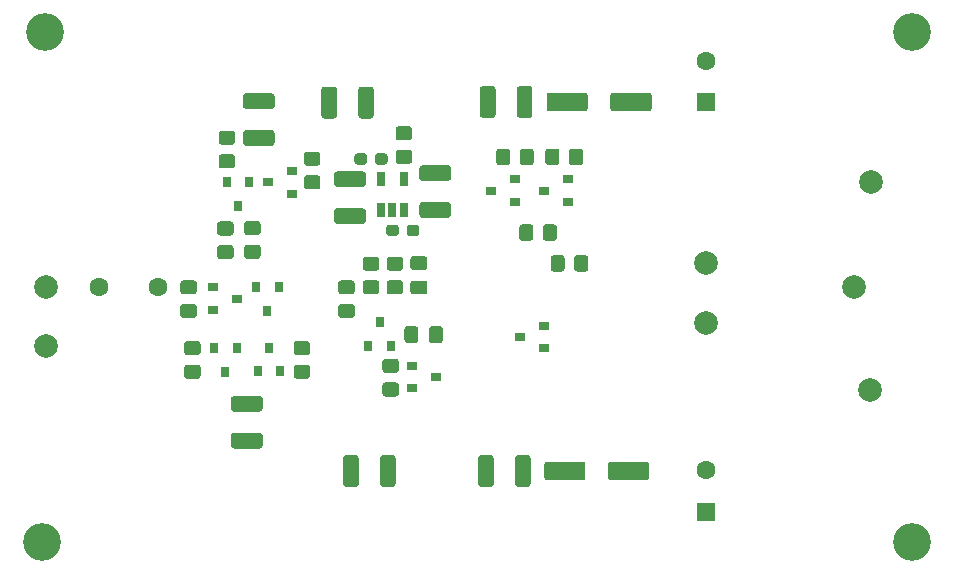
<source format=gbr>
G04 #@! TF.GenerationSoftware,KiCad,Pcbnew,(5.1.10-0-10_14)*
G04 #@! TF.CreationDate,2021-07-29T19:18:23+02:00*
G04 #@! TF.ProjectId,pre-amp-discret,7072652d-616d-4702-9d64-697363726574,rev?*
G04 #@! TF.SameCoordinates,Original*
G04 #@! TF.FileFunction,Soldermask,Top*
G04 #@! TF.FilePolarity,Negative*
%FSLAX46Y46*%
G04 Gerber Fmt 4.6, Leading zero omitted, Abs format (unit mm)*
G04 Created by KiCad (PCBNEW (5.1.10-0-10_14)) date 2021-07-29 19:18:23*
%MOMM*%
%LPD*%
G01*
G04 APERTURE LIST*
%ADD10C,1.600000*%
%ADD11R,1.600000X1.600000*%
%ADD12R,0.800000X0.900000*%
%ADD13R,0.900000X0.800000*%
%ADD14R,0.650000X1.220000*%
%ADD15C,2.000000*%
%ADD16C,3.200000*%
G04 APERTURE END LIST*
D10*
X182270400Y-137414000D03*
D11*
X182270400Y-140914000D03*
D10*
X182270400Y-102722800D03*
D11*
X182270400Y-106222800D03*
G36*
G01*
X172031600Y-136914800D02*
X172031600Y-138014800D01*
G75*
G02*
X171781600Y-138264800I-250000J0D01*
G01*
X168781600Y-138264800D01*
G75*
G02*
X168531600Y-138014800I0J250000D01*
G01*
X168531600Y-136914800D01*
G75*
G02*
X168781600Y-136664800I250000J0D01*
G01*
X171781600Y-136664800D01*
G75*
G02*
X172031600Y-136914800I0J-250000D01*
G01*
G37*
G36*
G01*
X177431600Y-136914800D02*
X177431600Y-138014800D01*
G75*
G02*
X177181600Y-138264800I-250000J0D01*
G01*
X174181600Y-138264800D01*
G75*
G02*
X173931600Y-138014800I0J250000D01*
G01*
X173931600Y-136914800D01*
G75*
G02*
X174181600Y-136664800I250000J0D01*
G01*
X177181600Y-136664800D01*
G75*
G02*
X177431600Y-136914800I0J-250000D01*
G01*
G37*
G36*
G01*
X174134800Y-106772800D02*
X174134800Y-105672800D01*
G75*
G02*
X174384800Y-105422800I250000J0D01*
G01*
X177384800Y-105422800D01*
G75*
G02*
X177634800Y-105672800I0J-250000D01*
G01*
X177634800Y-106772800D01*
G75*
G02*
X177384800Y-107022800I-250000J0D01*
G01*
X174384800Y-107022800D01*
G75*
G02*
X174134800Y-106772800I0J250000D01*
G01*
G37*
G36*
G01*
X168734800Y-106772800D02*
X168734800Y-105672800D01*
G75*
G02*
X168984800Y-105422800I250000J0D01*
G01*
X171984800Y-105422800D01*
G75*
G02*
X172234800Y-105672800I0J-250000D01*
G01*
X172234800Y-106772800D01*
G75*
G02*
X171984800Y-107022800I-250000J0D01*
G01*
X168984800Y-107022800D01*
G75*
G02*
X168734800Y-106772800I0J250000D01*
G01*
G37*
G36*
G01*
X164263100Y-136364799D02*
X164263100Y-138564801D01*
G75*
G02*
X164013101Y-138814800I-249999J0D01*
G01*
X163188099Y-138814800D01*
G75*
G02*
X162938100Y-138564801I0J249999D01*
G01*
X162938100Y-136364799D01*
G75*
G02*
X163188099Y-136114800I249999J0D01*
G01*
X164013101Y-136114800D01*
G75*
G02*
X164263100Y-136364799I0J-249999D01*
G01*
G37*
G36*
G01*
X167388100Y-136364799D02*
X167388100Y-138564801D01*
G75*
G02*
X167138101Y-138814800I-249999J0D01*
G01*
X166313099Y-138814800D01*
G75*
G02*
X166063100Y-138564801I0J249999D01*
G01*
X166063100Y-136364799D01*
G75*
G02*
X166313099Y-136114800I249999J0D01*
G01*
X167138101Y-136114800D01*
G75*
G02*
X167388100Y-136364799I0J-249999D01*
G01*
G37*
G36*
G01*
X166215500Y-107322801D02*
X166215500Y-105122799D01*
G75*
G02*
X166465499Y-104872800I249999J0D01*
G01*
X167290501Y-104872800D01*
G75*
G02*
X167540500Y-105122799I0J-249999D01*
G01*
X167540500Y-107322801D01*
G75*
G02*
X167290501Y-107572800I-249999J0D01*
G01*
X166465499Y-107572800D01*
G75*
G02*
X166215500Y-107322801I0J249999D01*
G01*
G37*
G36*
G01*
X163090500Y-107322801D02*
X163090500Y-105122799D01*
G75*
G02*
X163340499Y-104872800I249999J0D01*
G01*
X164165501Y-104872800D01*
G75*
G02*
X164415500Y-105122799I0J-249999D01*
G01*
X164415500Y-107322801D01*
G75*
G02*
X164165501Y-107572800I-249999J0D01*
G01*
X163340499Y-107572800D01*
G75*
G02*
X163090500Y-107322801I0J249999D01*
G01*
G37*
G36*
G01*
X158208799Y-114704300D02*
X160408801Y-114704300D01*
G75*
G02*
X160658800Y-114954299I0J-249999D01*
G01*
X160658800Y-115779301D01*
G75*
G02*
X160408801Y-116029300I-249999J0D01*
G01*
X158208799Y-116029300D01*
G75*
G02*
X157958800Y-115779301I0J249999D01*
G01*
X157958800Y-114954299D01*
G75*
G02*
X158208799Y-114704300I249999J0D01*
G01*
G37*
G36*
G01*
X158208799Y-111579300D02*
X160408801Y-111579300D01*
G75*
G02*
X160658800Y-111829299I0J-249999D01*
G01*
X160658800Y-112654301D01*
G75*
G02*
X160408801Y-112904300I-249999J0D01*
G01*
X158208799Y-112904300D01*
G75*
G02*
X157958800Y-112654301I0J249999D01*
G01*
X157958800Y-111829299D01*
G75*
G02*
X158208799Y-111579300I249999J0D01*
G01*
G37*
G36*
G01*
X153195201Y-113421500D02*
X150995199Y-113421500D01*
G75*
G02*
X150745200Y-113171501I0J249999D01*
G01*
X150745200Y-112346499D01*
G75*
G02*
X150995199Y-112096500I249999J0D01*
G01*
X153195201Y-112096500D01*
G75*
G02*
X153445200Y-112346499I0J-249999D01*
G01*
X153445200Y-113171501D01*
G75*
G02*
X153195201Y-113421500I-249999J0D01*
G01*
G37*
G36*
G01*
X153195201Y-116546500D02*
X150995199Y-116546500D01*
G75*
G02*
X150745200Y-116296501I0J249999D01*
G01*
X150745200Y-115471499D01*
G75*
G02*
X150995199Y-115221500I249999J0D01*
G01*
X153195201Y-115221500D01*
G75*
G02*
X153445200Y-115471499I0J-249999D01*
G01*
X153445200Y-116296501D01*
G75*
G02*
X153195201Y-116546500I-249999J0D01*
G01*
G37*
G36*
G01*
X142257599Y-134237700D02*
X144457601Y-134237700D01*
G75*
G02*
X144707600Y-134487699I0J-249999D01*
G01*
X144707600Y-135312701D01*
G75*
G02*
X144457601Y-135562700I-249999J0D01*
G01*
X142257599Y-135562700D01*
G75*
G02*
X142007600Y-135312701I0J249999D01*
G01*
X142007600Y-134487699D01*
G75*
G02*
X142257599Y-134237700I249999J0D01*
G01*
G37*
G36*
G01*
X142257599Y-131112700D02*
X144457601Y-131112700D01*
G75*
G02*
X144707600Y-131362699I0J-249999D01*
G01*
X144707600Y-132187701D01*
G75*
G02*
X144457601Y-132437700I-249999J0D01*
G01*
X142257599Y-132437700D01*
G75*
G02*
X142007600Y-132187701I0J249999D01*
G01*
X142007600Y-131362699D01*
G75*
G02*
X142257599Y-131112700I249999J0D01*
G01*
G37*
G36*
G01*
X143273599Y-108608300D02*
X145473601Y-108608300D01*
G75*
G02*
X145723600Y-108858299I0J-249999D01*
G01*
X145723600Y-109683301D01*
G75*
G02*
X145473601Y-109933300I-249999J0D01*
G01*
X143273599Y-109933300D01*
G75*
G02*
X143023600Y-109683301I0J249999D01*
G01*
X143023600Y-108858299D01*
G75*
G02*
X143273599Y-108608300I249999J0D01*
G01*
G37*
G36*
G01*
X143273599Y-105483300D02*
X145473601Y-105483300D01*
G75*
G02*
X145723600Y-105733299I0J-249999D01*
G01*
X145723600Y-106558301D01*
G75*
G02*
X145473601Y-106808300I-249999J0D01*
G01*
X143273599Y-106808300D01*
G75*
G02*
X143023600Y-106558301I0J249999D01*
G01*
X143023600Y-105733299D01*
G75*
G02*
X143273599Y-105483300I249999J0D01*
G01*
G37*
G36*
G01*
X152792000Y-107373601D02*
X152792000Y-105173599D01*
G75*
G02*
X153041999Y-104923600I249999J0D01*
G01*
X153867001Y-104923600D01*
G75*
G02*
X154117000Y-105173599I0J-249999D01*
G01*
X154117000Y-107373601D01*
G75*
G02*
X153867001Y-107623600I-249999J0D01*
G01*
X153041999Y-107623600D01*
G75*
G02*
X152792000Y-107373601I0J249999D01*
G01*
G37*
G36*
G01*
X149667000Y-107373601D02*
X149667000Y-105173599D01*
G75*
G02*
X149916999Y-104923600I249999J0D01*
G01*
X150742001Y-104923600D01*
G75*
G02*
X150992000Y-105173599I0J-249999D01*
G01*
X150992000Y-107373601D01*
G75*
G02*
X150742001Y-107623600I-249999J0D01*
G01*
X149916999Y-107623600D01*
G75*
G02*
X149667000Y-107373601I0J249999D01*
G01*
G37*
G36*
G01*
X152833100Y-136364799D02*
X152833100Y-138564801D01*
G75*
G02*
X152583101Y-138814800I-249999J0D01*
G01*
X151758099Y-138814800D01*
G75*
G02*
X151508100Y-138564801I0J249999D01*
G01*
X151508100Y-136364799D01*
G75*
G02*
X151758099Y-136114800I249999J0D01*
G01*
X152583101Y-136114800D01*
G75*
G02*
X152833100Y-136364799I0J-249999D01*
G01*
G37*
G36*
G01*
X155958100Y-136364799D02*
X155958100Y-138564801D01*
G75*
G02*
X155708101Y-138814800I-249999J0D01*
G01*
X154883099Y-138814800D01*
G75*
G02*
X154633100Y-138564801I0J249999D01*
G01*
X154633100Y-136364799D01*
G75*
G02*
X154883099Y-136114800I249999J0D01*
G01*
X155708101Y-136114800D01*
G75*
G02*
X155958100Y-136364799I0J-249999D01*
G01*
G37*
D12*
X145095000Y-123920000D03*
X144145000Y-121920000D03*
X146045000Y-121920000D03*
X145222000Y-127032000D03*
X146172000Y-129032000D03*
X144272000Y-129032000D03*
X141544000Y-129063500D03*
X140594000Y-127063500D03*
X142494000Y-127063500D03*
D13*
X142525500Y-122870000D03*
X140525500Y-123820000D03*
X140525500Y-121920000D03*
D14*
X154736800Y-112759500D03*
X156636800Y-112759500D03*
X156636800Y-115379500D03*
X155686800Y-115379500D03*
X154736800Y-115379500D03*
G36*
G01*
X167621000Y-116834499D02*
X167621000Y-117734501D01*
G75*
G02*
X167371001Y-117984500I-249999J0D01*
G01*
X166670999Y-117984500D01*
G75*
G02*
X166421000Y-117734501I0J249999D01*
G01*
X166421000Y-116834499D01*
G75*
G02*
X166670999Y-116584500I249999J0D01*
G01*
X167371001Y-116584500D01*
G75*
G02*
X167621000Y-116834499I0J-249999D01*
G01*
G37*
G36*
G01*
X169621000Y-116834499D02*
X169621000Y-117734501D01*
G75*
G02*
X169371001Y-117984500I-249999J0D01*
G01*
X168670999Y-117984500D01*
G75*
G02*
X168421000Y-117734501I0J249999D01*
G01*
X168421000Y-116834499D01*
G75*
G02*
X168670999Y-116584500I249999J0D01*
G01*
X169371001Y-116584500D01*
G75*
G02*
X169621000Y-116834499I0J-249999D01*
G01*
G37*
G36*
G01*
X157104501Y-109471000D02*
X156204499Y-109471000D01*
G75*
G02*
X155954500Y-109221001I0J249999D01*
G01*
X155954500Y-108520999D01*
G75*
G02*
X156204499Y-108271000I249999J0D01*
G01*
X157104501Y-108271000D01*
G75*
G02*
X157354500Y-108520999I0J-249999D01*
G01*
X157354500Y-109221001D01*
G75*
G02*
X157104501Y-109471000I-249999J0D01*
G01*
G37*
G36*
G01*
X157104501Y-111471000D02*
X156204499Y-111471000D01*
G75*
G02*
X155954500Y-111221001I0J249999D01*
G01*
X155954500Y-110520999D01*
G75*
G02*
X156204499Y-110271000I249999J0D01*
G01*
X157104501Y-110271000D01*
G75*
G02*
X157354500Y-110520999I0J-249999D01*
G01*
X157354500Y-111221001D01*
G75*
G02*
X157104501Y-111471000I-249999J0D01*
G01*
G37*
G36*
G01*
X153423199Y-121320000D02*
X154323201Y-121320000D01*
G75*
G02*
X154573200Y-121569999I0J-249999D01*
G01*
X154573200Y-122270001D01*
G75*
G02*
X154323201Y-122520000I-249999J0D01*
G01*
X153423199Y-122520000D01*
G75*
G02*
X153173200Y-122270001I0J249999D01*
G01*
X153173200Y-121569999D01*
G75*
G02*
X153423199Y-121320000I249999J0D01*
G01*
G37*
G36*
G01*
X153423199Y-119320000D02*
X154323201Y-119320000D01*
G75*
G02*
X154573200Y-119569999I0J-249999D01*
G01*
X154573200Y-120270001D01*
G75*
G02*
X154323201Y-120520000I-249999J0D01*
G01*
X153423199Y-120520000D01*
G75*
G02*
X153173200Y-120270001I0J249999D01*
G01*
X153173200Y-119569999D01*
G75*
G02*
X153423199Y-119320000I249999J0D01*
G01*
G37*
G36*
G01*
X149344801Y-111630000D02*
X148444799Y-111630000D01*
G75*
G02*
X148194800Y-111380001I0J249999D01*
G01*
X148194800Y-110679999D01*
G75*
G02*
X148444799Y-110430000I249999J0D01*
G01*
X149344801Y-110430000D01*
G75*
G02*
X149594800Y-110679999I0J-249999D01*
G01*
X149594800Y-111380001D01*
G75*
G02*
X149344801Y-111630000I-249999J0D01*
G01*
G37*
G36*
G01*
X149344801Y-113630000D02*
X148444799Y-113630000D01*
G75*
G02*
X148194800Y-113380001I0J249999D01*
G01*
X148194800Y-112679999D01*
G75*
G02*
X148444799Y-112430000I249999J0D01*
G01*
X149344801Y-112430000D01*
G75*
G02*
X149594800Y-112679999I0J-249999D01*
G01*
X149594800Y-113380001D01*
G75*
G02*
X149344801Y-113630000I-249999J0D01*
G01*
G37*
G36*
G01*
X141218499Y-110652000D02*
X142118501Y-110652000D01*
G75*
G02*
X142368500Y-110901999I0J-249999D01*
G01*
X142368500Y-111602001D01*
G75*
G02*
X142118501Y-111852000I-249999J0D01*
G01*
X141218499Y-111852000D01*
G75*
G02*
X140968500Y-111602001I0J249999D01*
G01*
X140968500Y-110901999D01*
G75*
G02*
X141218499Y-110652000I249999J0D01*
G01*
G37*
G36*
G01*
X141218499Y-108652000D02*
X142118501Y-108652000D01*
G75*
G02*
X142368500Y-108901999I0J-249999D01*
G01*
X142368500Y-109602001D01*
G75*
G02*
X142118501Y-109852000I-249999J0D01*
G01*
X141218499Y-109852000D01*
G75*
G02*
X140968500Y-109602001I0J249999D01*
G01*
X140968500Y-108901999D01*
G75*
G02*
X141218499Y-108652000I249999J0D01*
G01*
G37*
D13*
X145161000Y-113030000D03*
X147161000Y-112080000D03*
X147161000Y-113980000D03*
D12*
X142621000Y-114998500D03*
X141671000Y-112998500D03*
X143571000Y-112998500D03*
D15*
X194754500Y-121920000D03*
X196215000Y-113030000D03*
X196088000Y-130619500D03*
G36*
G01*
X156239500Y-116856500D02*
X156239500Y-117331500D01*
G75*
G02*
X156002000Y-117569000I-237500J0D01*
G01*
X155402000Y-117569000D01*
G75*
G02*
X155164500Y-117331500I0J237500D01*
G01*
X155164500Y-116856500D01*
G75*
G02*
X155402000Y-116619000I237500J0D01*
G01*
X156002000Y-116619000D01*
G75*
G02*
X156239500Y-116856500I0J-237500D01*
G01*
G37*
G36*
G01*
X157964500Y-116856500D02*
X157964500Y-117331500D01*
G75*
G02*
X157727000Y-117569000I-237500J0D01*
G01*
X157127000Y-117569000D01*
G75*
G02*
X156889500Y-117331500I0J237500D01*
G01*
X156889500Y-116856500D01*
G75*
G02*
X157127000Y-116619000I237500J0D01*
G01*
X157727000Y-116619000D01*
G75*
G02*
X157964500Y-116856500I0J-237500D01*
G01*
G37*
G36*
G01*
X154199300Y-111286300D02*
X154199300Y-110811300D01*
G75*
G02*
X154436800Y-110573800I237500J0D01*
G01*
X155036800Y-110573800D01*
G75*
G02*
X155274300Y-110811300I0J-237500D01*
G01*
X155274300Y-111286300D01*
G75*
G02*
X155036800Y-111523800I-237500J0D01*
G01*
X154436800Y-111523800D01*
G75*
G02*
X154199300Y-111286300I0J237500D01*
G01*
G37*
G36*
G01*
X152474300Y-111286300D02*
X152474300Y-110811300D01*
G75*
G02*
X152711800Y-110573800I237500J0D01*
G01*
X153311800Y-110573800D01*
G75*
G02*
X153549300Y-110811300I0J-237500D01*
G01*
X153549300Y-111286300D01*
G75*
G02*
X153311800Y-111523800I-237500J0D01*
G01*
X152711800Y-111523800D01*
G75*
G02*
X152474300Y-111286300I0J237500D01*
G01*
G37*
X182245000Y-124904500D03*
X182245000Y-119888000D03*
X126365000Y-126873000D03*
X126365000Y-121856500D03*
D13*
X166529000Y-126108500D03*
X168529000Y-125158500D03*
X168529000Y-127058500D03*
G36*
G01*
X157877000Y-125445500D02*
X157877000Y-126395500D01*
G75*
G02*
X157627000Y-126645500I-250000J0D01*
G01*
X156952000Y-126645500D01*
G75*
G02*
X156702000Y-126395500I0J250000D01*
G01*
X156702000Y-125445500D01*
G75*
G02*
X156952000Y-125195500I250000J0D01*
G01*
X157627000Y-125195500D01*
G75*
G02*
X157877000Y-125445500I0J-250000D01*
G01*
G37*
G36*
G01*
X159952000Y-125445500D02*
X159952000Y-126395500D01*
G75*
G02*
X159702000Y-126645500I-250000J0D01*
G01*
X159027000Y-126645500D01*
G75*
G02*
X158777000Y-126395500I0J250000D01*
G01*
X158777000Y-125445500D01*
G75*
G02*
X159027000Y-125195500I250000J0D01*
G01*
X159702000Y-125195500D01*
G75*
G02*
X159952000Y-125445500I0J-250000D01*
G01*
G37*
G36*
G01*
X157449500Y-121345200D02*
X158399500Y-121345200D01*
G75*
G02*
X158649500Y-121595200I0J-250000D01*
G01*
X158649500Y-122270200D01*
G75*
G02*
X158399500Y-122520200I-250000J0D01*
G01*
X157449500Y-122520200D01*
G75*
G02*
X157199500Y-122270200I0J250000D01*
G01*
X157199500Y-121595200D01*
G75*
G02*
X157449500Y-121345200I250000J0D01*
G01*
G37*
G36*
G01*
X157449500Y-119270200D02*
X158399500Y-119270200D01*
G75*
G02*
X158649500Y-119520200I0J-250000D01*
G01*
X158649500Y-120195200D01*
G75*
G02*
X158399500Y-120445200I-250000J0D01*
G01*
X157449500Y-120445200D01*
G75*
G02*
X157199500Y-120195200I0J250000D01*
G01*
X157199500Y-119520200D01*
G75*
G02*
X157449500Y-119270200I250000J0D01*
G01*
G37*
X170529000Y-114678500D03*
X170529000Y-112778500D03*
X168529000Y-113728500D03*
G36*
G01*
X137979999Y-123320000D02*
X138880001Y-123320000D01*
G75*
G02*
X139130000Y-123569999I0J-249999D01*
G01*
X139130000Y-124270001D01*
G75*
G02*
X138880001Y-124520000I-249999J0D01*
G01*
X137979999Y-124520000D01*
G75*
G02*
X137730000Y-124270001I0J249999D01*
G01*
X137730000Y-123569999D01*
G75*
G02*
X137979999Y-123320000I249999J0D01*
G01*
G37*
G36*
G01*
X137979999Y-121320000D02*
X138880001Y-121320000D01*
G75*
G02*
X139130000Y-121569999I0J-249999D01*
G01*
X139130000Y-122270001D01*
G75*
G02*
X138880001Y-122520000I-249999J0D01*
G01*
X137979999Y-122520000D01*
G75*
G02*
X137730000Y-122270001I0J249999D01*
G01*
X137730000Y-121569999D01*
G75*
G02*
X137979999Y-121320000I249999J0D01*
G01*
G37*
G36*
G01*
X170272000Y-119437999D02*
X170272000Y-120338001D01*
G75*
G02*
X170022001Y-120588000I-249999J0D01*
G01*
X169321999Y-120588000D01*
G75*
G02*
X169072000Y-120338001I0J249999D01*
G01*
X169072000Y-119437999D01*
G75*
G02*
X169321999Y-119188000I249999J0D01*
G01*
X170022001Y-119188000D01*
G75*
G02*
X170272000Y-119437999I0J-249999D01*
G01*
G37*
G36*
G01*
X172272000Y-119437999D02*
X172272000Y-120338001D01*
G75*
G02*
X172022001Y-120588000I-249999J0D01*
G01*
X171321999Y-120588000D01*
G75*
G02*
X171072000Y-120338001I0J249999D01*
G01*
X171072000Y-119437999D01*
G75*
G02*
X171321999Y-119188000I249999J0D01*
G01*
X172022001Y-119188000D01*
G75*
G02*
X172272000Y-119437999I0J-249999D01*
G01*
G37*
G36*
G01*
X170627500Y-111321001D02*
X170627500Y-110420999D01*
G75*
G02*
X170877499Y-110171000I249999J0D01*
G01*
X171577501Y-110171000D01*
G75*
G02*
X171827500Y-110420999I0J-249999D01*
G01*
X171827500Y-111321001D01*
G75*
G02*
X171577501Y-111571000I-249999J0D01*
G01*
X170877499Y-111571000D01*
G75*
G02*
X170627500Y-111321001I0J249999D01*
G01*
G37*
G36*
G01*
X168627500Y-111321001D02*
X168627500Y-110420999D01*
G75*
G02*
X168877499Y-110171000I249999J0D01*
G01*
X169577501Y-110171000D01*
G75*
G02*
X169827500Y-110420999I0J-249999D01*
G01*
X169827500Y-111321001D01*
G75*
G02*
X169577501Y-111571000I-249999J0D01*
G01*
X168877499Y-111571000D01*
G75*
G02*
X168627500Y-111321001I0J249999D01*
G01*
G37*
G36*
G01*
X165668500Y-110420999D02*
X165668500Y-111321001D01*
G75*
G02*
X165418501Y-111571000I-249999J0D01*
G01*
X164718499Y-111571000D01*
G75*
G02*
X164468500Y-111321001I0J249999D01*
G01*
X164468500Y-110420999D01*
G75*
G02*
X164718499Y-110171000I249999J0D01*
G01*
X165418501Y-110171000D01*
G75*
G02*
X165668500Y-110420999I0J-249999D01*
G01*
G37*
G36*
G01*
X167668500Y-110420999D02*
X167668500Y-111321001D01*
G75*
G02*
X167418501Y-111571000I-249999J0D01*
G01*
X166718499Y-111571000D01*
G75*
G02*
X166468500Y-111321001I0J249999D01*
G01*
X166468500Y-110420999D01*
G75*
G02*
X166718499Y-110171000I249999J0D01*
G01*
X167418501Y-110171000D01*
G75*
G02*
X167668500Y-110420999I0J-249999D01*
G01*
G37*
G36*
G01*
X155086899Y-129962100D02*
X155986901Y-129962100D01*
G75*
G02*
X156236900Y-130212099I0J-249999D01*
G01*
X156236900Y-130912101D01*
G75*
G02*
X155986901Y-131162100I-249999J0D01*
G01*
X155086899Y-131162100D01*
G75*
G02*
X154836900Y-130912101I0J249999D01*
G01*
X154836900Y-130212099D01*
G75*
G02*
X155086899Y-129962100I249999J0D01*
G01*
G37*
G36*
G01*
X155086899Y-127962100D02*
X155986901Y-127962100D01*
G75*
G02*
X156236900Y-128212099I0J-249999D01*
G01*
X156236900Y-128912101D01*
G75*
G02*
X155986901Y-129162100I-249999J0D01*
G01*
X155086899Y-129162100D01*
G75*
G02*
X154836900Y-128912101I0J249999D01*
G01*
X154836900Y-128212099D01*
G75*
G02*
X155086899Y-127962100I249999J0D01*
G01*
G37*
G36*
G01*
X155442499Y-121320000D02*
X156342501Y-121320000D01*
G75*
G02*
X156592500Y-121569999I0J-249999D01*
G01*
X156592500Y-122270001D01*
G75*
G02*
X156342501Y-122520000I-249999J0D01*
G01*
X155442499Y-122520000D01*
G75*
G02*
X155192500Y-122270001I0J249999D01*
G01*
X155192500Y-121569999D01*
G75*
G02*
X155442499Y-121320000I249999J0D01*
G01*
G37*
G36*
G01*
X155442499Y-119320000D02*
X156342501Y-119320000D01*
G75*
G02*
X156592500Y-119569999I0J-249999D01*
G01*
X156592500Y-120270001D01*
G75*
G02*
X156342501Y-120520000I-249999J0D01*
G01*
X155442499Y-120520000D01*
G75*
G02*
X155192500Y-120270001I0J249999D01*
G01*
X155192500Y-119569999D01*
G75*
G02*
X155442499Y-119320000I249999J0D01*
G01*
G37*
G36*
G01*
X151340399Y-123320000D02*
X152240401Y-123320000D01*
G75*
G02*
X152490400Y-123569999I0J-249999D01*
G01*
X152490400Y-124270001D01*
G75*
G02*
X152240401Y-124520000I-249999J0D01*
G01*
X151340399Y-124520000D01*
G75*
G02*
X151090400Y-124270001I0J249999D01*
G01*
X151090400Y-123569999D01*
G75*
G02*
X151340399Y-123320000I249999J0D01*
G01*
G37*
G36*
G01*
X151340399Y-121320000D02*
X152240401Y-121320000D01*
G75*
G02*
X152490400Y-121569999I0J-249999D01*
G01*
X152490400Y-122270001D01*
G75*
G02*
X152240401Y-122520000I-249999J0D01*
G01*
X151340399Y-122520000D01*
G75*
G02*
X151090400Y-122270001I0J249999D01*
G01*
X151090400Y-121569999D01*
G75*
G02*
X151340399Y-121320000I249999J0D01*
G01*
G37*
G36*
G01*
X147568499Y-128463500D02*
X148468501Y-128463500D01*
G75*
G02*
X148718500Y-128713499I0J-249999D01*
G01*
X148718500Y-129413501D01*
G75*
G02*
X148468501Y-129663500I-249999J0D01*
G01*
X147568499Y-129663500D01*
G75*
G02*
X147318500Y-129413501I0J249999D01*
G01*
X147318500Y-128713499D01*
G75*
G02*
X147568499Y-128463500I249999J0D01*
G01*
G37*
G36*
G01*
X147568499Y-126463500D02*
X148468501Y-126463500D01*
G75*
G02*
X148718500Y-126713499I0J-249999D01*
G01*
X148718500Y-127413501D01*
G75*
G02*
X148468501Y-127663500I-249999J0D01*
G01*
X147568499Y-127663500D01*
G75*
G02*
X147318500Y-127413501I0J249999D01*
G01*
X147318500Y-126713499D01*
G75*
G02*
X147568499Y-126463500I249999J0D01*
G01*
G37*
G36*
G01*
X143377499Y-118303500D02*
X144277501Y-118303500D01*
G75*
G02*
X144527500Y-118553499I0J-249999D01*
G01*
X144527500Y-119253501D01*
G75*
G02*
X144277501Y-119503500I-249999J0D01*
G01*
X143377499Y-119503500D01*
G75*
G02*
X143127500Y-119253501I0J249999D01*
G01*
X143127500Y-118553499D01*
G75*
G02*
X143377499Y-118303500I249999J0D01*
G01*
G37*
G36*
G01*
X143377499Y-116303500D02*
X144277501Y-116303500D01*
G75*
G02*
X144527500Y-116553499I0J-249999D01*
G01*
X144527500Y-117253501D01*
G75*
G02*
X144277501Y-117503500I-249999J0D01*
G01*
X143377499Y-117503500D01*
G75*
G02*
X143127500Y-117253501I0J249999D01*
G01*
X143127500Y-116553499D01*
G75*
G02*
X143377499Y-116303500I249999J0D01*
G01*
G37*
G36*
G01*
X138297499Y-128463500D02*
X139197501Y-128463500D01*
G75*
G02*
X139447500Y-128713499I0J-249999D01*
G01*
X139447500Y-129413501D01*
G75*
G02*
X139197501Y-129663500I-249999J0D01*
G01*
X138297499Y-129663500D01*
G75*
G02*
X138047500Y-129413501I0J249999D01*
G01*
X138047500Y-128713499D01*
G75*
G02*
X138297499Y-128463500I249999J0D01*
G01*
G37*
G36*
G01*
X138297499Y-126463500D02*
X139197501Y-126463500D01*
G75*
G02*
X139447500Y-126713499I0J-249999D01*
G01*
X139447500Y-127413501D01*
G75*
G02*
X139197501Y-127663500I-249999J0D01*
G01*
X138297499Y-127663500D01*
G75*
G02*
X138047500Y-127413501I0J249999D01*
G01*
X138047500Y-126713499D01*
G75*
G02*
X138297499Y-126463500I249999J0D01*
G01*
G37*
G36*
G01*
X141091499Y-118335500D02*
X141991501Y-118335500D01*
G75*
G02*
X142241500Y-118585499I0J-249999D01*
G01*
X142241500Y-119285501D01*
G75*
G02*
X141991501Y-119535500I-249999J0D01*
G01*
X141091499Y-119535500D01*
G75*
G02*
X140841500Y-119285501I0J249999D01*
G01*
X140841500Y-118585499D01*
G75*
G02*
X141091499Y-118335500I249999J0D01*
G01*
G37*
G36*
G01*
X141091499Y-116335500D02*
X141991501Y-116335500D01*
G75*
G02*
X142241500Y-116585499I0J-249999D01*
G01*
X142241500Y-117285501D01*
G75*
G02*
X141991501Y-117535500I-249999J0D01*
G01*
X141091499Y-117535500D01*
G75*
G02*
X140841500Y-117285501I0J249999D01*
G01*
X140841500Y-116585499D01*
G75*
G02*
X141091499Y-116335500I249999J0D01*
G01*
G37*
X159365700Y-129512100D03*
X157365700Y-130462100D03*
X157365700Y-128562100D03*
X164052500Y-113731000D03*
X166052500Y-112781000D03*
X166052500Y-114681000D03*
D12*
X154607300Y-124885700D03*
X155557300Y-126885700D03*
X153657300Y-126885700D03*
D16*
X126238000Y-100330000D03*
X125984000Y-143510000D03*
X199644000Y-143510000D03*
X199644000Y-100330000D03*
D10*
X130810000Y-121920000D03*
X135810000Y-121920000D03*
M02*

</source>
